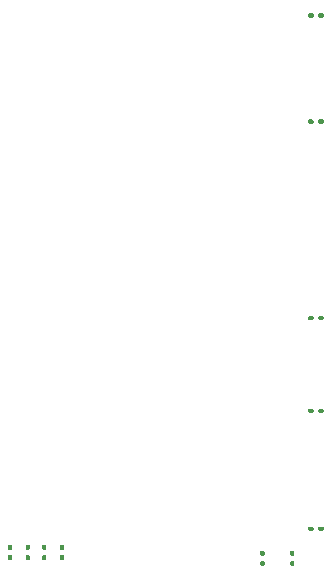
<source format=gbr>
%TF.GenerationSoftware,KiCad,Pcbnew,5.1.7-a382d34a8~88~ubuntu18.04.1*%
%TF.CreationDate,2021-02-15T16:22:20+09:00*%
%TF.ProjectId,atmega328p,61746d65-6761-4333-9238-702e6b696361,rev?*%
%TF.SameCoordinates,Original*%
%TF.FileFunction,Paste,Top*%
%TF.FilePolarity,Positive*%
%FSLAX46Y46*%
G04 Gerber Fmt 4.6, Leading zero omitted, Abs format (unit mm)*
G04 Created by KiCad (PCBNEW 5.1.7-a382d34a8~88~ubuntu18.04.1) date 2021-02-15 16:22:20*
%MOMM*%
%LPD*%
G01*
G04 APERTURE LIST*
G04 APERTURE END LIST*
%TO.C,R1*%
G36*
G01*
X92796500Y-79920000D02*
X92796500Y-80100000D01*
G75*
G02*
X92706500Y-80190000I-90000J0D01*
G01*
X92428500Y-80190000D01*
G75*
G02*
X92338500Y-80100000I0J90000D01*
G01*
X92338500Y-79920000D01*
G75*
G02*
X92428500Y-79830000I90000J0D01*
G01*
X92706500Y-79830000D01*
G75*
G02*
X92796500Y-79920000I0J-90000D01*
G01*
G37*
G36*
G01*
X93661500Y-79920000D02*
X93661500Y-80100000D01*
G75*
G02*
X93571500Y-80190000I-90000J0D01*
G01*
X93293500Y-80190000D01*
G75*
G02*
X93203500Y-80100000I0J90000D01*
G01*
X93203500Y-79920000D01*
G75*
G02*
X93293500Y-79830000I90000J0D01*
G01*
X93571500Y-79830000D01*
G75*
G02*
X93661500Y-79920000I0J-90000D01*
G01*
G37*
%TD*%
%TO.C,R2*%
G36*
G01*
X93661500Y-89900000D02*
X93661500Y-90080000D01*
G75*
G02*
X93571500Y-90170000I-90000J0D01*
G01*
X93293500Y-90170000D01*
G75*
G02*
X93203500Y-90080000I0J90000D01*
G01*
X93203500Y-89900000D01*
G75*
G02*
X93293500Y-89810000I90000J0D01*
G01*
X93571500Y-89810000D01*
G75*
G02*
X93661500Y-89900000I0J-90000D01*
G01*
G37*
G36*
G01*
X92796500Y-89900000D02*
X92796500Y-90080000D01*
G75*
G02*
X92706500Y-90170000I-90000J0D01*
G01*
X92428500Y-90170000D01*
G75*
G02*
X92338500Y-90080000I0J90000D01*
G01*
X92338500Y-89900000D01*
G75*
G02*
X92428500Y-89810000I90000J0D01*
G01*
X92706500Y-89810000D01*
G75*
G02*
X92796500Y-89900000I0J-90000D01*
G01*
G37*
%TD*%
%TO.C,R3*%
G36*
G01*
X92796500Y-46450000D02*
X92796500Y-46630000D01*
G75*
G02*
X92706500Y-46720000I-90000J0D01*
G01*
X92428500Y-46720000D01*
G75*
G02*
X92338500Y-46630000I0J90000D01*
G01*
X92338500Y-46450000D01*
G75*
G02*
X92428500Y-46360000I90000J0D01*
G01*
X92706500Y-46360000D01*
G75*
G02*
X92796500Y-46450000I0J-90000D01*
G01*
G37*
G36*
G01*
X93661500Y-46450000D02*
X93661500Y-46630000D01*
G75*
G02*
X93571500Y-46720000I-90000J0D01*
G01*
X93293500Y-46720000D01*
G75*
G02*
X93203500Y-46630000I0J90000D01*
G01*
X93203500Y-46450000D01*
G75*
G02*
X93293500Y-46360000I90000J0D01*
G01*
X93571500Y-46360000D01*
G75*
G02*
X93661500Y-46450000I0J-90000D01*
G01*
G37*
%TD*%
%TO.C,R4*%
G36*
G01*
X93661500Y-55430000D02*
X93661500Y-55610000D01*
G75*
G02*
X93571500Y-55700000I-90000J0D01*
G01*
X93293500Y-55700000D01*
G75*
G02*
X93203500Y-55610000I0J90000D01*
G01*
X93203500Y-55430000D01*
G75*
G02*
X93293500Y-55340000I90000J0D01*
G01*
X93571500Y-55340000D01*
G75*
G02*
X93661500Y-55430000I0J-90000D01*
G01*
G37*
G36*
G01*
X92796500Y-55430000D02*
X92796500Y-55610000D01*
G75*
G02*
X92706500Y-55700000I-90000J0D01*
G01*
X92428500Y-55700000D01*
G75*
G02*
X92338500Y-55610000I0J90000D01*
G01*
X92338500Y-55430000D01*
G75*
G02*
X92428500Y-55340000I90000J0D01*
G01*
X92706500Y-55340000D01*
G75*
G02*
X92796500Y-55430000I0J-90000D01*
G01*
G37*
%TD*%
%TO.C,R5*%
G36*
G01*
X93661500Y-72070000D02*
X93661500Y-72250000D01*
G75*
G02*
X93571500Y-72340000I-90000J0D01*
G01*
X93293500Y-72340000D01*
G75*
G02*
X93203500Y-72250000I0J90000D01*
G01*
X93203500Y-72070000D01*
G75*
G02*
X93293500Y-71980000I90000J0D01*
G01*
X93571500Y-71980000D01*
G75*
G02*
X93661500Y-72070000I0J-90000D01*
G01*
G37*
G36*
G01*
X92796500Y-72070000D02*
X92796500Y-72250000D01*
G75*
G02*
X92706500Y-72340000I-90000J0D01*
G01*
X92428500Y-72340000D01*
G75*
G02*
X92338500Y-72250000I0J90000D01*
G01*
X92338500Y-72070000D01*
G75*
G02*
X92428500Y-71980000I90000J0D01*
G01*
X92706500Y-71980000D01*
G75*
G02*
X92796500Y-72070000I0J-90000D01*
G01*
G37*
%TD*%
%TO.C,R6*%
G36*
G01*
X67010000Y-91338500D02*
X67190000Y-91338500D01*
G75*
G02*
X67280000Y-91428500I0J-90000D01*
G01*
X67280000Y-91706500D01*
G75*
G02*
X67190000Y-91796500I-90000J0D01*
G01*
X67010000Y-91796500D01*
G75*
G02*
X66920000Y-91706500I0J90000D01*
G01*
X66920000Y-91428500D01*
G75*
G02*
X67010000Y-91338500I90000J0D01*
G01*
G37*
G36*
G01*
X67010000Y-92203500D02*
X67190000Y-92203500D01*
G75*
G02*
X67280000Y-92293500I0J-90000D01*
G01*
X67280000Y-92571500D01*
G75*
G02*
X67190000Y-92661500I-90000J0D01*
G01*
X67010000Y-92661500D01*
G75*
G02*
X66920000Y-92571500I0J90000D01*
G01*
X66920000Y-92293500D01*
G75*
G02*
X67010000Y-92203500I90000J0D01*
G01*
G37*
%TD*%
%TO.C,R7*%
G36*
G01*
X68510000Y-92203500D02*
X68690000Y-92203500D01*
G75*
G02*
X68780000Y-92293500I0J-90000D01*
G01*
X68780000Y-92571500D01*
G75*
G02*
X68690000Y-92661500I-90000J0D01*
G01*
X68510000Y-92661500D01*
G75*
G02*
X68420000Y-92571500I0J90000D01*
G01*
X68420000Y-92293500D01*
G75*
G02*
X68510000Y-92203500I90000J0D01*
G01*
G37*
G36*
G01*
X68510000Y-91338500D02*
X68690000Y-91338500D01*
G75*
G02*
X68780000Y-91428500I0J-90000D01*
G01*
X68780000Y-91706500D01*
G75*
G02*
X68690000Y-91796500I-90000J0D01*
G01*
X68510000Y-91796500D01*
G75*
G02*
X68420000Y-91706500I0J90000D01*
G01*
X68420000Y-91428500D01*
G75*
G02*
X68510000Y-91338500I90000J0D01*
G01*
G37*
%TD*%
%TO.C,R8*%
G36*
G01*
X69910000Y-91338500D02*
X70090000Y-91338500D01*
G75*
G02*
X70180000Y-91428500I0J-90000D01*
G01*
X70180000Y-91706500D01*
G75*
G02*
X70090000Y-91796500I-90000J0D01*
G01*
X69910000Y-91796500D01*
G75*
G02*
X69820000Y-91706500I0J90000D01*
G01*
X69820000Y-91428500D01*
G75*
G02*
X69910000Y-91338500I90000J0D01*
G01*
G37*
G36*
G01*
X69910000Y-92203500D02*
X70090000Y-92203500D01*
G75*
G02*
X70180000Y-92293500I0J-90000D01*
G01*
X70180000Y-92571500D01*
G75*
G02*
X70090000Y-92661500I-90000J0D01*
G01*
X69910000Y-92661500D01*
G75*
G02*
X69820000Y-92571500I0J90000D01*
G01*
X69820000Y-92293500D01*
G75*
G02*
X69910000Y-92203500I90000J0D01*
G01*
G37*
%TD*%
%TO.C,R9*%
G36*
G01*
X71410000Y-92203500D02*
X71590000Y-92203500D01*
G75*
G02*
X71680000Y-92293500I0J-90000D01*
G01*
X71680000Y-92571500D01*
G75*
G02*
X71590000Y-92661500I-90000J0D01*
G01*
X71410000Y-92661500D01*
G75*
G02*
X71320000Y-92571500I0J90000D01*
G01*
X71320000Y-92293500D01*
G75*
G02*
X71410000Y-92203500I90000J0D01*
G01*
G37*
G36*
G01*
X71410000Y-91338500D02*
X71590000Y-91338500D01*
G75*
G02*
X71680000Y-91428500I0J-90000D01*
G01*
X71680000Y-91706500D01*
G75*
G02*
X71590000Y-91796500I-90000J0D01*
G01*
X71410000Y-91796500D01*
G75*
G02*
X71320000Y-91706500I0J90000D01*
G01*
X71320000Y-91428500D01*
G75*
G02*
X71410000Y-91338500I90000J0D01*
G01*
G37*
%TD*%
%TO.C,R10*%
G36*
G01*
X88380000Y-91838500D02*
X88560000Y-91838500D01*
G75*
G02*
X88650000Y-91928500I0J-90000D01*
G01*
X88650000Y-92206500D01*
G75*
G02*
X88560000Y-92296500I-90000J0D01*
G01*
X88380000Y-92296500D01*
G75*
G02*
X88290000Y-92206500I0J90000D01*
G01*
X88290000Y-91928500D01*
G75*
G02*
X88380000Y-91838500I90000J0D01*
G01*
G37*
G36*
G01*
X88380000Y-92703500D02*
X88560000Y-92703500D01*
G75*
G02*
X88650000Y-92793500I0J-90000D01*
G01*
X88650000Y-93071500D01*
G75*
G02*
X88560000Y-93161500I-90000J0D01*
G01*
X88380000Y-93161500D01*
G75*
G02*
X88290000Y-93071500I0J90000D01*
G01*
X88290000Y-92793500D01*
G75*
G02*
X88380000Y-92703500I90000J0D01*
G01*
G37*
%TD*%
%TO.C,R11*%
G36*
G01*
X90910000Y-92703500D02*
X91090000Y-92703500D01*
G75*
G02*
X91180000Y-92793500I0J-90000D01*
G01*
X91180000Y-93071500D01*
G75*
G02*
X91090000Y-93161500I-90000J0D01*
G01*
X90910000Y-93161500D01*
G75*
G02*
X90820000Y-93071500I0J90000D01*
G01*
X90820000Y-92793500D01*
G75*
G02*
X90910000Y-92703500I90000J0D01*
G01*
G37*
G36*
G01*
X90910000Y-91838500D02*
X91090000Y-91838500D01*
G75*
G02*
X91180000Y-91928500I0J-90000D01*
G01*
X91180000Y-92206500D01*
G75*
G02*
X91090000Y-92296500I-90000J0D01*
G01*
X90910000Y-92296500D01*
G75*
G02*
X90820000Y-92206500I0J90000D01*
G01*
X90820000Y-91928500D01*
G75*
G02*
X90910000Y-91838500I90000J0D01*
G01*
G37*
%TD*%
M02*

</source>
